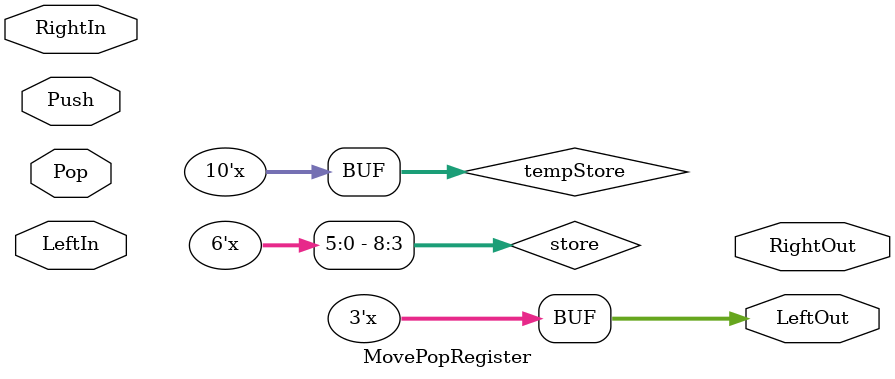
<source format=v>
module MovePopRegister(LeftIn,LeftOut,RightIn,RightOut,Push,Pop);
input Push;
input Pop;
input [2:0]LeftIn;
input [2:0]RightIn;
output reg [2:0]LeftOut;
output reg [2:0]RightOut;
parameter W=3;//node width
parameter S=4;//number of nodes should be 32
parameter L=S*W;//overall length of array
reg [L:0]store;//stores 128/4 moves = 32 moves
//inout reg [L:0]Down;
reg [L-W:0]tempStore;
//array Left [0,W,W*2,...,L-W,W*S or L] Right

always@(*)
begin
case({Push,Pop})
	2'd0:	store=store;//push=0, pop=0;
	2'd1:	//push=0 pop=1 
		begin
			LeftOut<=store[W:0];
			tempStore<=store[L:W];
			store[L-W:0]<=tempStore;
			store[L:L-W]<=8'd0;
		end
	2'd2:	//push=1 pop=0;
		begin
			tempStore<=store[L-W:0];
			store[W:0]<=LeftIn;
			store[L:W]<=tempStore;
		end
	2'd3://push=1 pop =1; Transfer all
		begin
			//Down<=store;
			store<=store;
			//store<=Down;
		end
endcase
end

endmodule


</source>
